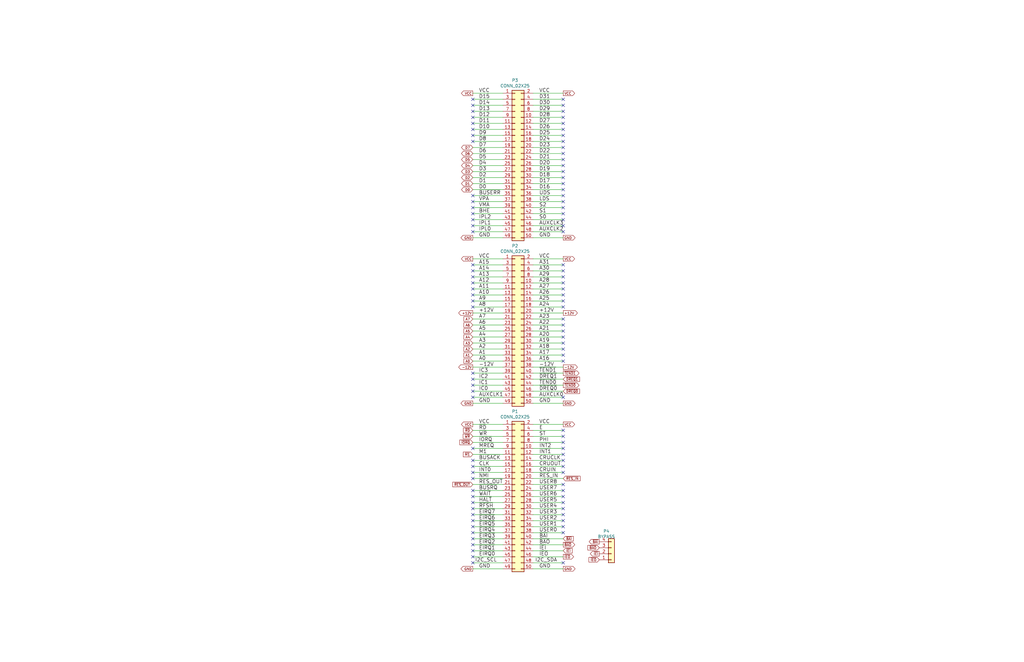
<source format=kicad_sch>
(kicad_sch (version 20211123) (generator eeschema)
  (paper "B")
  (lib_symbols
    (symbol "Connector_Generic:Conn_01x04" (pin_names (offset 1.016) hide)
      (property "Reference" "J" (at 0 5.08 0))
      (property "Value" "Conn_01x04" (at 0 -7.62 0))
      (symbol "Conn_01x04_1_1"
        (rectangle (start -1.27 -4.953) (end 0 -5.207) (stroke (width 0.1524)))
        (rectangle (start -1.27 -2.413) (end 0 -2.667) (stroke (width 0.1524)))
        (rectangle (start -1.27 0.127) (end 0 -0.127) (stroke (width 0.1524)))
        (rectangle (start -1.27 2.667) (end 0 2.413) (stroke (width 0.1524)))
        (rectangle (start -1.27 3.81) (end 1.27 -6.35) (stroke (width 0.254)) (fill (type background)))
        (pin passive line (at -5.08 2.54 0) (length 3.81) (name "Pin_1") (number "1"))
        (pin passive line (at -5.08 0 0) (length 3.81) (name "Pin_2") (number "2"))
        (pin passive line (at -5.08 -2.54 0) (length 3.81) (name "Pin_3") (number "3"))
        (pin passive line (at -5.08 -5.08 0) (length 3.81) (name "Pin_4") (number "4"))
      )
    )
    (symbol "Connector_Generic:Conn_02x25_Odd_Even" (pin_names (offset 1.016) hide)
      (property "Reference" "J" (at 1.27 33.02 0))
      (property "Value" "Conn_02x25_Odd_Even" (at 1.27 -33.02 0))
      (symbol "Conn_02x25_Odd_Even_1_1"
        (rectangle (start -1.27 -30.353) (end 0 -30.607) (stroke (width 0.1524)))
        (rectangle (start -1.27 -27.813) (end 0 -28.067) (stroke (width 0.1524)))
        (rectangle (start -1.27 -25.273) (end 0 -25.527) (stroke (width 0.1524)))
        (rectangle (start -1.27 -22.733) (end 0 -22.987) (stroke (width 0.1524)))
        (rectangle (start -1.27 -20.193) (end 0 -20.447) (stroke (width 0.1524)))
        (rectangle (start -1.27 -17.653) (end 0 -17.907) (stroke (width 0.1524)))
        (rectangle (start -1.27 -15.113) (end 0 -15.367) (stroke (width 0.1524)))
        (rectangle (start -1.27 -12.573) (end 0 -12.827) (stroke (width 0.1524)))
        (rectangle (start -1.27 -10.033) (end 0 -10.287) (stroke (width 0.1524)))
        (rectangle (start -1.27 -7.493) (end 0 -7.747) (stroke (width 0.1524)))
        (rectangle (start -1.27 -4.953) (end 0 -5.207) (stroke (width 0.1524)))
        (rectangle (start -1.27 -2.413) (end 0 -2.667) (stroke (width 0.1524)))
        (rectangle (start -1.27 0.127) (end 0 -0.127) (stroke (width 0.1524)))
        (rectangle (start -1.27 2.667) (end 0 2.413) (stroke (width 0.1524)))
        (rectangle (start -1.27 5.207) (end 0 4.953) (stroke (width 0.1524)))
        (rectangle (start -1.27 7.747) (end 0 7.493) (stroke (width 0.1524)))
        (rectangle (start -1.27 10.287) (end 0 10.033) (stroke (width 0.1524)))
        (rectangle (start -1.27 12.827) (end 0 12.573) (stroke (width 0.1524)))
        (rectangle (start -1.27 15.367) (end 0 15.113) (stroke (width 0.1524)))
        (rectangle (start -1.27 17.907) (end 0 17.653) (stroke (width 0.1524)))
        (rectangle (start -1.27 20.447) (end 0 20.193) (stroke (width 0.1524)))
        (rectangle (start -1.27 22.987) (end 0 22.733) (stroke (width 0.1524)))
        (rectangle (start -1.27 25.527) (end 0 25.273) (stroke (width 0.1524)))
        (rectangle (start -1.27 28.067) (end 0 27.813) (stroke (width 0.1524)))
        (rectangle (start -1.27 30.607) (end 0 30.353) (stroke (width 0.1524)))
        (rectangle (start -1.27 31.75) (end 3.81 -31.75) (stroke (width 0.254)) (fill (type background)))
        (rectangle (start 3.81 -30.353) (end 2.54 -30.607) (stroke (width 0.1524)))
        (rectangle (start 3.81 -27.813) (end 2.54 -28.067) (stroke (width 0.1524)))
        (rectangle (start 3.81 -25.273) (end 2.54 -25.527) (stroke (width 0.1524)))
        (rectangle (start 3.81 -22.733) (end 2.54 -22.987) (stroke (width 0.1524)))
        (rectangle (start 3.81 -20.193) (end 2.54 -20.447) (stroke (width 0.1524)))
        (rectangle (start 3.81 -17.653) (end 2.54 -17.907) (stroke (width 0.1524)))
        (rectangle (start 3.81 -15.113) (end 2.54 -15.367) (stroke (width 0.1524)))
        (rectangle (start 3.81 -12.573) (end 2.54 -12.827) (stroke (width 0.1524)))
        (rectangle (start 3.81 -10.033) (end 2.54 -10.287) (stroke (width 0.1524)))
        (rectangle (start 3.81 -7.493) (end 2.54 -7.747) (stroke (width 0.1524)))
        (rectangle (start 3.81 -4.953) (end 2.54 -5.207) (stroke (width 0.1524)))
        (rectangle (start 3.81 -2.413) (end 2.54 -2.667) (stroke (width 0.1524)))
        (rectangle (start 3.81 0.127) (end 2.54 -0.127) (stroke (width 0.1524)))
        (rectangle (start 3.81 2.667) (end 2.54 2.413) (stroke (width 0.1524)))
        (rectangle (start 3.81 5.207) (end 2.54 4.953) (stroke (width 0.1524)))
        (rectangle (start 3.81 7.747) (end 2.54 7.493) (stroke (width 0.1524)))
        (rectangle (start 3.81 10.287) (end 2.54 10.033) (stroke (width 0.1524)))
        (rectangle (start 3.81 12.827) (end 2.54 12.573) (stroke (width 0.1524)))
        (rectangle (start 3.81 15.367) (end 2.54 15.113) (stroke (width 0.1524)))
        (rectangle (start 3.81 17.907) (end 2.54 17.653) (stroke (width 0.1524)))
        (rectangle (start 3.81 20.447) (end 2.54 20.193) (stroke (width 0.1524)))
        (rectangle (start 3.81 22.987) (end 2.54 22.733) (stroke (width 0.1524)))
        (rectangle (start 3.81 25.527) (end 2.54 25.273) (stroke (width 0.1524)))
        (rectangle (start 3.81 28.067) (end 2.54 27.813) (stroke (width 0.1524)))
        (rectangle (start 3.81 30.607) (end 2.54 30.353) (stroke (width 0.1524)))
        (pin passive line (at -5.08 30.48 0) (length 3.81) (name "Pin_1") (number "1"))
        (pin passive line (at 7.62 20.32 180) (length 3.81) (name "Pin_10") (number "10"))
        (pin passive line (at -5.08 17.78 0) (length 3.81) (name "Pin_11") (number "11"))
        (pin passive line (at 7.62 17.78 180) (length 3.81) (name "Pin_12") (number "12"))
        (pin passive line (at -5.08 15.24 0) (length 3.81) (name "Pin_13") (number "13"))
        (pin passive line (at 7.62 15.24 180) (length 3.81) (name "Pin_14") (number "14"))
        (pin passive line (at -5.08 12.7 0) (length 3.81) (name "Pin_15") (number "15"))
        (pin passive line (at 7.62 12.7 180) (length 3.81) (name "Pin_16") (number "16"))
        (pin passive line (at -5.08 10.16 0) (length 3.81) (name "Pin_17") (number "17"))
        (pin passive line (at 7.62 10.16 180) (length 3.81) (name "Pin_18") (number "18"))
        (pin passive line (at -5.08 7.62 0) (length 3.81) (name "Pin_19") (number "19"))
        (pin passive line (at 7.62 30.48 180) (length 3.81) (name "Pin_2") (number "2"))
        (pin passive line (at 7.62 7.62 180) (length 3.81) (name "Pin_20") (number "20"))
        (pin passive line (at -5.08 5.08 0) (length 3.81) (name "Pin_21") (number "21"))
        (pin passive line (at 7.62 5.08 180) (length 3.81) (name "Pin_22") (number "22"))
        (pin passive line (at -5.08 2.54 0) (length 3.81) (name "Pin_23") (number "23"))
        (pin passive line (at 7.62 2.54 180) (length 3.81) (name "Pin_24") (number "24"))
        (pin passive line (at -5.08 0 0) (length 3.81) (name "Pin_25") (number "25"))
        (pin passive line (at 7.62 0 180) (length 3.81) (name "Pin_26") (number "26"))
        (pin passive line (at -5.08 -2.54 0) (length 3.81) (name "Pin_27") (number "27"))
        (pin passive line (at 7.62 -2.54 180) (length 3.81) (name "Pin_28") (number "28"))
        (pin passive line (at -5.08 -5.08 0) (length 3.81) (name "Pin_29") (number "29"))
        (pin passive line (at -5.08 27.94 0) (length 3.81) (name "Pin_3") (number "3"))
        (pin passive line (at 7.62 -5.08 180) (length 3.81) (name "Pin_30") (number "30"))
        (pin passive line (at -5.08 -7.62 0) (length 3.81) (name "Pin_31") (number "31"))
        (pin passive line (at 7.62 -7.62 180) (length 3.81) (name "Pin_32") (number "32"))
        (pin passive line (at -5.08 -10.16 0) (length 3.81) (name "Pin_33") (number "33"))
        (pin passive line (at 7.62 -10.16 180) (length 3.81) (name "Pin_34") (number "34"))
        (pin passive line (at -5.08 -12.7 0) (length 3.81) (name "Pin_35") (number "35"))
        (pin passive line (at 7.62 -12.7 180) (length 3.81) (name "Pin_36") (number "36"))
        (pin passive line (at -5.08 -15.24 0) (length 3.81) (name "Pin_37") (number "37"))
        (pin passive line (at 7.62 -15.24 180) (length 3.81) (name "Pin_38") (number "38"))
        (pin passive line (at -5.08 -17.78 0) (length 3.81) (name "Pin_39") (number "39"))
        (pin passive line (at 7.62 27.94 180) (length 3.81) (name "Pin_4") (number "4"))
        (pin passive line (at 7.62 -17.78 180) (length 3.81) (name "Pin_40") (number "40"))
        (pin passive line (at -5.08 -20.32 0) (length 3.81) (name "Pin_41") (number "41"))
        (pin passive line (at 7.62 -20.32 180) (length 3.81) (name "Pin_42") (number "42"))
        (pin passive line (at -5.08 -22.86 0) (length 3.81) (name "Pin_43") (number "43"))
        (pin passive line (at 7.62 -22.86 180) (length 3.81) (name "Pin_44") (number "44"))
        (pin passive line (at -5.08 -25.4 0) (length 3.81) (name "Pin_45") (number "45"))
        (pin passive line (at 7.62 -25.4 180) (length 3.81) (name "Pin_46") (number "46"))
        (pin passive line (at -5.08 -27.94 0) (length 3.81) (name "Pin_47") (number "47"))
        (pin passive line (at 7.62 -27.94 180) (length 3.81) (name "Pin_48") (number "48"))
        (pin passive line (at -5.08 -30.48 0) (length 3.81) (name "Pin_49") (number "49"))
        (pin passive line (at -5.08 25.4 0) (length 3.81) (name "Pin_5") (number "5"))
        (pin passive line (at 7.62 -30.48 180) (length 3.81) (name "Pin_50") (number "50"))
        (pin passive line (at 7.62 25.4 180) (length 3.81) (name "Pin_6") (number "6"))
        (pin passive line (at -5.08 22.86 0) (length 3.81) (name "Pin_7") (number "7"))
        (pin passive line (at 7.62 22.86 180) (length 3.81) (name "Pin_8") (number "8"))
        (pin passive line (at -5.08 20.32 0) (length 3.81) (name "Pin_9") (number "9"))
      )
    )
  )
  (no_connect (at 199.39 199.39))
  (no_connect (at 199.39 90.17))
  (no_connect (at 237.49 196.85))
  (no_connect (at 237.49 46.99))
  (no_connect (at 199.39 167.64))
  (no_connect (at 237.49 59.69))
  (no_connect (at 199.39 85.09))
  (no_connect (at 237.49 77.47))
  (no_connect (at 199.39 54.61))
  (no_connect (at 237.49 111.76))
  (no_connect (at 199.39 196.85))
  (no_connect (at 199.39 121.92))
  (no_connect (at 199.39 212.09))
  (no_connect (at 237.49 237.49))
  (no_connect (at 237.49 142.24))
  (no_connect (at 237.49 191.77))
  (no_connect (at 237.49 69.85))
  (no_connect (at 237.49 67.31))
  (no_connect (at 199.39 232.41))
  (no_connect (at 199.39 189.23))
  (no_connect (at 237.49 212.09))
  (no_connect (at 237.49 139.7))
  (no_connect (at 199.39 116.84))
  (no_connect (at 237.49 64.77))
  (no_connect (at 199.39 97.79))
  (no_connect (at 237.49 119.38))
  (no_connect (at 237.49 186.69))
  (no_connect (at 237.49 127))
  (no_connect (at 199.39 207.01))
  (no_connect (at 199.39 52.07))
  (no_connect (at 199.39 124.46))
  (no_connect (at 199.39 119.38))
  (no_connect (at 237.49 181.61))
  (no_connect (at 199.39 49.53))
  (no_connect (at 237.49 184.15))
  (no_connect (at 199.39 59.69))
  (no_connect (at 199.39 41.91))
  (no_connect (at 199.39 160.02))
  (no_connect (at 237.49 116.84))
  (no_connect (at 237.49 54.61))
  (no_connect (at 199.39 157.48))
  (no_connect (at 199.39 165.1))
  (no_connect (at 237.49 52.07))
  (no_connect (at 199.39 201.93))
  (no_connect (at 237.49 214.63))
  (no_connect (at 237.49 114.3))
  (no_connect (at 199.39 234.95))
  (no_connect (at 237.49 152.4))
  (no_connect (at 237.49 74.93))
  (no_connect (at 199.39 129.54))
  (no_connect (at 199.39 57.15))
  (no_connect (at 237.49 217.17))
  (no_connect (at 199.39 46.99))
  (no_connect (at 237.49 57.15))
  (no_connect (at 237.49 189.23))
  (no_connect (at 237.49 62.23))
  (no_connect (at 237.49 72.39))
  (no_connect (at 199.39 222.25))
  (no_connect (at 199.39 219.71))
  (no_connect (at 237.49 224.79))
  (no_connect (at 199.39 214.63))
  (no_connect (at 237.49 97.79))
  (no_connect (at 237.49 90.17))
  (no_connect (at 237.49 219.71))
  (no_connect (at 237.49 49.53))
  (no_connect (at 237.49 194.31))
  (no_connect (at 199.39 92.71))
  (no_connect (at 199.39 127))
  (no_connect (at 199.39 87.63))
  (no_connect (at 199.39 114.3))
  (no_connect (at 237.49 92.71))
  (no_connect (at 237.49 209.55))
  (no_connect (at 199.39 44.45))
  (no_connect (at 237.49 204.47))
  (no_connect (at 237.49 85.09))
  (no_connect (at 237.49 95.25))
  (no_connect (at 237.49 80.01))
  (no_connect (at 237.49 207.01))
  (no_connect (at 237.49 82.55))
  (no_connect (at 237.49 147.32))
  (no_connect (at 199.39 229.87))
  (no_connect (at 237.49 222.25))
  (no_connect (at 237.49 199.39))
  (no_connect (at 237.49 87.63))
  (no_connect (at 199.39 194.31))
  (no_connect (at 199.39 111.76))
  (no_connect (at 237.49 129.54))
  (no_connect (at 199.39 82.55))
  (no_connect (at 199.39 95.25))
  (no_connect (at 237.49 41.91))
  (no_connect (at 237.49 121.92))
  (no_connect (at 199.39 217.17))
  (no_connect (at 199.39 227.33))
  (no_connect (at 237.49 44.45))
  (no_connect (at 237.49 137.16))
  (no_connect (at 237.49 149.86))
  (no_connect (at 237.49 144.78))
  (no_connect (at 199.39 237.49))
  (no_connect (at 237.49 134.62))
  (no_connect (at 199.39 162.56))
  (no_connect (at 237.49 167.64))
  (no_connect (at 199.39 224.79))
  (no_connect (at 237.49 124.46))
  (no_connect (at 199.39 209.55))
  (wire (pts (xy 224.79 224.79) (xy 237.49 224.79)))
  (wire (pts (xy 199.39 224.79) (xy 212.09 224.79)))
  (wire (pts (xy 224.79 77.47) (xy 237.49 77.47)))
  (wire (pts (xy 199.39 54.61) (xy 212.09 54.61)))
  (wire (pts (xy 199.39 209.55) (xy 212.09 209.55)))
  (wire (pts (xy 224.79 207.01) (xy 237.49 207.01)))
  (wire (pts (xy 199.39 137.16) (xy 212.09 137.16)))
  (wire (pts (xy 199.39 49.53) (xy 212.09 49.53)))
  (wire (pts (xy 224.79 97.79) (xy 237.49 97.79)))
  (wire (pts (xy 237.49 194.31) (xy 224.79 194.31)))
  (wire (pts (xy 224.79 201.93) (xy 237.49 201.93)))
  (wire (pts (xy 224.79 209.55) (xy 237.49 209.55)))
  (wire (pts (xy 224.79 57.15) (xy 237.49 57.15)))
  (wire (pts (xy 199.39 240.03) (xy 212.09 240.03)))
  (wire (pts (xy 224.79 100.33) (xy 237.49 100.33)))
  (wire (pts (xy 199.39 67.31) (xy 212.09 67.31)))
  (wire (pts (xy 224.79 85.09) (xy 237.49 85.09)))
  (wire (pts (xy 224.79 142.24) (xy 237.49 142.24)))
  (wire (pts (xy 199.39 152.4) (xy 212.09 152.4)))
  (wire (pts (xy 212.09 160.02) (xy 199.39 160.02)))
  (wire (pts (xy 224.79 137.16) (xy 237.49 137.16)))
  (wire (pts (xy 212.09 85.09) (xy 199.39 85.09)))
  (wire (pts (xy 199.39 204.47) (xy 212.09 204.47)))
  (wire (pts (xy 224.79 80.01) (xy 237.49 80.01)))
  (wire (pts (xy 224.79 212.09) (xy 237.49 212.09)))
  (wire (pts (xy 199.39 74.93) (xy 212.09 74.93)))
  (wire (pts (xy 224.79 170.18) (xy 237.49 170.18)))
  (wire (pts (xy 199.39 149.86) (xy 212.09 149.86)))
  (wire (pts (xy 199.39 116.84) (xy 212.09 116.84)))
  (wire (pts (xy 199.39 227.33) (xy 212.09 227.33)))
  (wire (pts (xy 237.49 184.15) (xy 224.79 184.15)))
  (wire (pts (xy 199.39 134.62) (xy 212.09 134.62)))
  (wire (pts (xy 224.79 144.78) (xy 237.49 144.78)))
  (wire (pts (xy 224.79 124.46) (xy 237.49 124.46)))
  (wire (pts (xy 199.39 52.07) (xy 212.09 52.07)))
  (wire (pts (xy 199.39 199.39) (xy 212.09 199.39)))
  (wire (pts (xy 224.79 67.31) (xy 237.49 67.31)))
  (wire (pts (xy 237.49 95.25) (xy 224.79 95.25)))
  (wire (pts (xy 224.79 114.3) (xy 237.49 114.3)))
  (wire (pts (xy 199.39 41.91) (xy 212.09 41.91)))
  (wire (pts (xy 199.39 111.76) (xy 212.09 111.76)))
  (wire (pts (xy 199.39 44.45) (xy 212.09 44.45)))
  (wire (pts (xy 224.79 44.45) (xy 237.49 44.45)))
  (wire (pts (xy 199.39 59.69) (xy 212.09 59.69)))
  (wire (pts (xy 224.79 129.54) (xy 237.49 129.54)))
  (wire (pts (xy 224.79 147.32) (xy 237.49 147.32)))
  (wire (pts (xy 199.39 77.47) (xy 212.09 77.47)))
  (wire (pts (xy 199.39 191.77) (xy 212.09 191.77)))
  (wire (pts (xy 199.39 64.77) (xy 212.09 64.77)))
  (wire (pts (xy 199.39 62.23) (xy 212.09 62.23)))
  (wire (pts (xy 199.39 222.25) (xy 212.09 222.25)))
  (wire (pts (xy 224.79 204.47) (xy 237.49 204.47)))
  (wire (pts (xy 224.79 59.69) (xy 237.49 59.69)))
  (wire (pts (xy 224.79 87.63) (xy 237.49 87.63)))
  (wire (pts (xy 224.79 62.23) (xy 237.49 62.23)))
  (wire (pts (xy 224.79 219.71) (xy 237.49 219.71)))
  (wire (pts (xy 224.79 82.55) (xy 237.49 82.55)))
  (wire (pts (xy 212.09 90.17) (xy 199.39 90.17)))
  (wire (pts (xy 199.39 121.92) (xy 212.09 121.92)))
  (wire (pts (xy 224.79 69.85) (xy 237.49 69.85)))
  (wire (pts (xy 199.39 46.99) (xy 212.09 46.99)))
  (wire (pts (xy 224.79 196.85) (xy 237.49 196.85)))
  (wire (pts (xy 224.79 179.07) (xy 237.49 179.07)))
  (wire (pts (xy 224.79 157.48) (xy 237.49 157.48)))
  (wire (pts (xy 199.39 194.31) (xy 212.09 194.31)))
  (wire (pts (xy 224.79 222.25) (xy 237.49 222.25)))
  (wire (pts (xy 199.39 201.93) (xy 212.09 201.93)))
  (wire (pts (xy 199.39 179.07) (xy 212.09 179.07)))
  (wire (pts (xy 237.49 234.95) (xy 224.79 234.95)))
  (wire (pts (xy 224.79 154.94) (xy 237.49 154.94)))
  (wire (pts (xy 224.79 134.62) (xy 237.49 134.62)))
  (wire (pts (xy 224.79 92.71) (xy 237.49 92.71)))
  (wire (pts (xy 199.39 212.09) (xy 212.09 212.09)))
  (wire (pts (xy 199.39 119.38) (xy 212.09 119.38)))
  (wire (pts (xy 199.39 144.78) (xy 212.09 144.78)))
  (wire (pts (xy 237.49 191.77) (xy 224.79 191.77)))
  (wire (pts (xy 224.79 109.22) (xy 237.49 109.22)))
  (wire (pts (xy 224.79 121.92) (xy 237.49 121.92)))
  (wire (pts (xy 199.39 186.69) (xy 212.09 186.69)))
  (wire (pts (xy 237.49 181.61) (xy 224.79 181.61)))
  (wire (pts (xy 199.39 170.18) (xy 212.09 170.18)))
  (wire (pts (xy 199.39 219.71) (xy 212.09 219.71)))
  (wire (pts (xy 224.79 46.99) (xy 237.49 46.99)))
  (wire (pts (xy 199.39 196.85) (xy 212.09 196.85)))
  (wire (pts (xy 224.79 149.86) (xy 237.49 149.86)))
  (wire (pts (xy 199.39 234.95) (xy 212.09 234.95)))
  (wire (pts (xy 199.39 181.61) (xy 212.09 181.61)))
  (wire (pts (xy 237.49 189.23) (xy 224.79 189.23)))
  (wire (pts (xy 224.79 165.1) (xy 237.49 165.1)))
  (wire (pts (xy 199.39 129.54) (xy 212.09 129.54)))
  (wire (pts (xy 199.39 229.87) (xy 212.09 229.87)))
  (wire (pts (xy 224.79 240.03) (xy 237.49 240.03)))
  (wire (pts (xy 224.79 64.77) (xy 237.49 64.77)))
  (wire (pts (xy 199.39 127) (xy 212.09 127)))
  (wire (pts (xy 224.79 49.53) (xy 237.49 49.53)))
  (wire (pts (xy 224.79 72.39) (xy 237.49 72.39)))
  (wire (pts (xy 224.79 152.4) (xy 237.49 152.4)))
  (wire (pts (xy 199.39 57.15) (xy 212.09 57.15)))
  (wire (pts (xy 224.79 162.56) (xy 237.49 162.56)))
  (wire (pts (xy 224.79 74.93) (xy 237.49 74.93)))
  (wire (pts (xy 224.79 90.17) (xy 237.49 90.17)))
  (wire (pts (xy 212.09 82.55) (xy 199.39 82.55)))
  (wire (pts (xy 212.09 157.48) (xy 199.39 157.48)))
  (wire (pts (xy 224.79 139.7) (xy 237.49 139.7)))
  (wire (pts (xy 224.79 39.37) (xy 237.49 39.37)))
  (wire (pts (xy 212.09 87.63) (xy 199.39 87.63)))
  (wire (pts (xy 224.79 199.39) (xy 237.49 199.39)))
  (wire (pts (xy 224.79 111.76) (xy 237.49 111.76)))
  (wire (pts (xy 237.49 232.41) (xy 224.79 232.41)))
  (wire (pts (xy 224.79 52.07) (xy 237.49 52.07)))
  (wire (pts (xy 199.39 124.46) (xy 212.09 124.46)))
  (wire (pts (xy 237.49 237.49) (xy 224.79 237.49)))
  (wire (pts (xy 224.79 132.08) (xy 237.49 132.08)))
  (wire (pts (xy 224.79 217.17) (xy 237.49 217.17)))
  (wire (pts (xy 237.49 229.87) (xy 224.79 229.87)))
  (wire (pts (xy 199.39 167.64) (xy 212.09 167.64)))
  (wire (pts (xy 199.39 72.39) (xy 212.09 72.39)))
  (wire (pts (xy 199.39 142.24) (xy 212.09 142.24)))
  (wire (pts (xy 199.39 109.22) (xy 212.09 109.22)))
  (wire (pts (xy 199.39 132.08) (xy 212.09 132.08)))
  (wire (pts (xy 199.39 189.23) (xy 212.09 189.23)))
  (wire (pts (xy 224.79 116.84) (xy 237.49 116.84)))
  (wire (pts (xy 199.39 214.63) (xy 212.09 214.63)))
  (wire (pts (xy 199.39 217.17) (xy 212.09 217.17)))
  (wire (pts (xy 199.39 154.94) (xy 212.09 154.94)))
  (wire (pts (xy 199.39 39.37) (xy 212.09 39.37)))
  (wire (pts (xy 199.39 147.32) (xy 212.09 147.32)))
  (wire (pts (xy 224.79 167.64) (xy 237.49 167.64)))
  (wire (pts (xy 199.39 100.33) (xy 212.09 100.33)))
  (wire (pts (xy 237.49 227.33) (xy 224.79 227.33)))
  (wire (pts (xy 212.09 97.79) (xy 199.39 97.79)))
  (wire (pts (xy 224.79 41.91) (xy 237.49 41.91)))
  (wire (pts (xy 199.39 232.41) (xy 212.09 232.41)))
  (wire (pts (xy 212.09 165.1) (xy 199.39 165.1)))
  (wire (pts (xy 237.49 186.69) (xy 224.79 186.69)))
  (wire (pts (xy 199.39 114.3) (xy 212.09 114.3)))
  (wire (pts (xy 224.79 127) (xy 237.49 127)))
  (wire (pts (xy 199.39 80.01) (xy 212.09 80.01)))
  (wire (pts (xy 199.39 139.7) (xy 212.09 139.7)))
  (wire (pts (xy 199.39 69.85) (xy 212.09 69.85)))
  (wire (pts (xy 212.09 237.49) (xy 199.39 237.49)))
  (wire (pts (xy 224.79 160.02) (xy 237.49 160.02)))
  (wire (pts (xy 212.09 92.71) (xy 199.39 92.71)))
  (wire (pts (xy 224.79 214.63) (xy 237.49 214.63)))
  (wire (pts (xy 199.39 207.01) (xy 212.09 207.01)))
  (wire (pts (xy 212.09 95.25) (xy 199.39 95.25)))
  (wire (pts (xy 224.79 119.38) (xy 237.49 119.38)))
  (wire (pts (xy 212.09 162.56) (xy 199.39 162.56)))
  (wire (pts (xy 224.79 54.61) (xy 237.49 54.61)))
  (wire (pts (xy 199.39 184.15) (xy 212.09 184.15)))
  (label "A7" (at 201.93 134.62 0) (effects (font (size 1.524 1.524))))
  (label "VCC" (at 201.93 179.07 0) (effects (font (size 1.524 1.524))))
  (label "~{BHE}" (at 201.93 90.17 0) (effects (font (size 1.524 1.524))))
  (label "D4" (at 201.93 69.85 0) (effects (font (size 1.524 1.524))))
  (label "A5" (at 201.93 139.7 0) (effects (font (size 1.524 1.524))))
  (label "~{RES_OUT}" (at 201.93 204.47 0) (effects (font (size 1.524 1.524))))
  (label "IPL1" (at 201.93 95.25 0) (effects (font (size 1.524 1.524))))
  (label "UDS" (at 227.33 82.55 0) (effects (font (size 1.524 1.524))))
  (label "~{INT2}" (at 227.33 189.23 0) (effects (font (size 1.524 1.524))))
  (label "VCC" (at 227.33 179.07 0) (effects (font (size 1.524 1.524))))
  (label "IC2" (at 201.93 160.02 0) (effects (font (size 1.524 1.524))))
  (label "USER0" (at 227.33 224.79 0) (effects (font (size 1.524 1.524))))
  (label "VCC" (at 227.33 39.37 0) (effects (font (size 1.524 1.524))))
  (label "A9" (at 201.93 127 0) (effects (font (size 1.524 1.524))))
  (label "D9" (at 201.93 57.15 0) (effects (font (size 1.524 1.524))))
  (label "GND" (at 227.33 100.33 0) (effects (font (size 1.524 1.524))))
  (label "D23" (at 227.33 62.23 0) (effects (font (size 1.524 1.524))))
  (label "D15" (at 201.93 41.91 0) (effects (font (size 1.524 1.524))))
  (label "~{IEI}" (at 227.33 232.41 0) (effects (font (size 1.524 1.524))))
  (label "A6" (at 201.93 137.16 0) (effects (font (size 1.524 1.524))))
  (label "D0" (at 201.93 80.01 0) (effects (font (size 1.524 1.524))))
  (label "GND" (at 201.93 240.03 0) (effects (font (size 1.524 1.524))))
  (label "IPL0" (at 201.93 97.79 0) (effects (font (size 1.524 1.524))))
  (label "D16" (at 227.33 80.01 0) (effects (font (size 1.524 1.524))))
  (label "~{VPA}" (at 201.93 85.09 0) (effects (font (size 1.524 1.524))))
  (label "I2C_SCL" (at 209.55 237.49 180) (effects (font (size 1.524 1.524))))
  (label "~{NMI}" (at 201.93 201.93 0) (effects (font (size 1.524 1.524))))
  (label "~{MREQ}" (at 201.93 189.23 0) (effects (font (size 1.524 1.524))))
  (label "USER6" (at 227.33 209.55 0) (effects (font (size 1.524 1.524))))
  (label "A3" (at 201.93 144.78 0) (effects (font (size 1.524 1.524))))
  (label "A4" (at 201.93 142.24 0) (effects (font (size 1.524 1.524))))
  (label "A23" (at 227.33 134.62 0) (effects (font (size 1.524 1.524))))
  (label "D25" (at 227.33 57.15 0) (effects (font (size 1.524 1.524))))
  (label "D7" (at 201.93 62.23 0) (effects (font (size 1.524 1.524))))
  (label "VCC" (at 227.33 109.22 0) (effects (font (size 1.524 1.524))))
  (label "+12V" (at 227.33 132.08 0) (effects (font (size 1.524 1.524))))
  (label "~{BAO}" (at 227.33 229.87 0) (effects (font (size 1.524 1.524))))
  (label "A14" (at 201.93 114.3 0) (effects (font (size 1.524 1.524))))
  (label "GND" (at 227.33 170.18 0) (effects (font (size 1.524 1.524))))
  (label "D26" (at 227.33 54.61 0) (effects (font (size 1.524 1.524))))
  (label "D6" (at 201.93 64.77 0) (effects (font (size 1.524 1.524))))
  (label "~{INT0}" (at 201.93 199.39 0) (effects (font (size 1.524 1.524))))
  (label "S0" (at 227.33 92.71 0) (effects (font (size 1.524 1.524))))
  (label "A24" (at 227.33 129.54 0) (effects (font (size 1.524 1.524))))
  (label "A28" (at 227.33 119.38 0) (effects (font (size 1.524 1.524))))
  (label "A20" (at 227.33 142.24 0) (effects (font (size 1.524 1.524))))
  (label "~{RD}" (at 201.93 181.61 0) (effects (font (size 1.524 1.524))))
  (label "A21" (at 227.33 139.7 0) (effects (font (size 1.524 1.524))))
  (label "A29" (at 227.33 116.84 0) (effects (font (size 1.524 1.524))))
  (label "AUXCLK3" (at 227.33 95.25 0) (effects (font (size 1.524 1.524))))
  (label "~{DREQ1}" (at 227.33 160.02 0) (effects (font (size 1.524 1.524))))
  (label "D13" (at 201.93 46.99 0) (effects (font (size 1.524 1.524))))
  (label "~{EIRQ0}" (at 201.93 234.95 0) (effects (font (size 1.524 1.524))))
  (label "A1" (at 201.93 149.86 0) (effects (font (size 1.524 1.524))))
  (label "VCC" (at 201.93 109.22 0) (effects (font (size 1.524 1.524))))
  (label "A8" (at 201.93 129.54 0) (effects (font (size 1.524 1.524))))
  (label "A25" (at 227.33 127 0) (effects (font (size 1.524 1.524))))
  (label "A13" (at 201.93 116.84 0) (effects (font (size 1.524 1.524))))
  (label "+12V" (at 201.93 132.08 0) (effects (font (size 1.524 1.524))))
  (label "D18" (at 227.33 74.93 0) (effects (font (size 1.524 1.524))))
  (label "D24" (at 227.33 59.69 0) (effects (font (size 1.524 1.524))))
  (label "~{M1}" (at 201.93 191.77 0) (effects (font (size 1.524 1.524))))
  (label "~{RFSH}" (at 201.93 214.63 0) (effects (font (size 1.524 1.524))))
  (label "USER4" (at 227.33 214.63 0) (effects (font (size 1.524 1.524))))
  (label "PHI" (at 227.33 186.69 0) (effects (font (size 1.524 1.524))))
  (label "~{BUSERR}" (at 201.93 82.55 0) (effects (font (size 1.524 1.524))))
  (label "AUXCLK0" (at 227.33 167.64 0) (effects (font (size 1.524 1.524))))
  (label "~{IEO}" (at 227.33 234.95 0) (effects (font (size 1.524 1.524))))
  (label "~{HALT}" (at 201.93 212.09 0) (effects (font (size 1.524 1.524))))
  (label "I2C_SDA" (at 234.95 237.49 180) (effects (font (size 1.524 1.524))))
  (label "USER8" (at 227.33 204.47 0) (effects (font (size 1.524 1.524))))
  (label "~{EIRQ4}" (at 201.93 224.79 0) (effects (font (size 1.524 1.524))))
  (label "A16" (at 227.33 152.4 0) (effects (font (size 1.524 1.524))))
  (label "A2" (at 201.93 147.32 0) (effects (font (size 1.524 1.524))))
  (label "A31" (at 227.33 111.76 0) (effects (font (size 1.524 1.524))))
  (label "~{TEND1}" (at 227.33 157.48 0) (effects (font (size 1.524 1.524))))
  (label "AUXCLK1" (at 201.93 167.64 0) (effects (font (size 1.524 1.524))))
  (label "D3" (at 201.93 72.39 0) (effects (font (size 1.524 1.524))))
  (label "D19" (at 227.33 72.39 0) (effects (font (size 1.524 1.524))))
  (label "~{WR}" (at 201.93 184.15 0) (effects (font (size 1.524 1.524))))
  (label "A10" (at 201.93 124.46 0) (effects (font (size 1.524 1.524))))
  (label "E" (at 227.33 181.61 0) (effects (font (size 1.524 1.524))))
  (label "ST" (at 227.33 184.15 0) (effects (font (size 1.524 1.524))))
  (label "A18" (at 227.33 147.32 0) (effects (font (size 1.524 1.524))))
  (label "A15" (at 201.93 111.76 0) (effects (font (size 1.524 1.524))))
  (label "A0" (at 201.93 152.4 0) (effects (font (size 1.524 1.524))))
  (label "LDS" (at 227.33 85.09 0) (effects (font (size 1.524 1.524))))
  (label "D12" (at 201.93 49.53 0) (effects (font (size 1.524 1.524))))
  (label "IC1" (at 201.93 162.56 0) (effects (font (size 1.524 1.524))))
  (label "~{BUSACK}" (at 201.93 194.31 0) (effects (font (size 1.524 1.524))))
  (label "A19" (at 227.33 144.78 0) (effects (font (size 1.524 1.524))))
  (label "AUXCLK2" (at 227.33 97.79 0) (effects (font (size 1.524 1.524))))
  (label "GND" (at 227.33 240.03 0) (effects (font (size 1.524 1.524))))
  (label "D1" (at 201.93 77.47 0) (effects (font (size 1.524 1.524))))
  (label "S1" (at 227.33 90.17 0) (effects (font (size 1.524 1.524))))
  (label "~{WAIT}" (at 201.93 209.55 0) (effects (font (size 1.524 1.524))))
  (label "~{EIRQ2}" (at 201.93 229.87 0) (effects (font (size 1.524 1.524))))
  (label "CRUIN" (at 227.33 199.39 0) (effects (font (size 1.524 1.524))))
  (label "-12V" (at 201.93 154.94 0) (effects (font (size 1.524 1.524))))
  (label "D22" (at 227.33 64.77 0) (effects (font (size 1.524 1.524))))
  (label "~{IORQ}" (at 201.93 186.69 0) (effects (font (size 1.524 1.524))))
  (label "~{EIRQ5}" (at 201.93 222.25 0) (effects (font (size 1.524 1.524))))
  (label "CRUCLK" (at 227.33 194.31 0) (effects (font (size 1.524 1.524))))
  (label "D8" (at 201.93 59.69 0) (effects (font (size 1.524 1.524))))
  (label "D14" (at 201.93 44.45 0) (effects (font (size 1.524 1.524))))
  (label "D11" (at 201.93 52.07 0) (effects (font (size 1.524 1.524))))
  (label "A17" (at 227.33 149.86 0) (effects (font (size 1.524 1.524))))
  (label "A26" (at 227.33 124.46 0) (effects (font (size 1.524 1.524))))
  (label "A12" (at 201.93 119.38 0) (effects (font (size 1.524 1.524))))
  (label "~{INT1}" (at 227.33 191.77 0) (effects (font (size 1.524 1.524))))
  (label "~{EIRQ6}" (at 201.93 219.71 0) (effects (font (size 1.524 1.524))))
  (label "CLK" (at 201.93 196.85 0) (effects (font (size 1.524 1.524))))
  (label "S2" (at 227.33 87.63 0) (effects (font (size 1.524 1.524))))
  (label "D30" (at 227.33 44.45 0) (effects (font (size 1.524 1.524))))
  (label "A30" (at 227.33 114.3 0) (effects (font (size 1.524 1.524))))
  (label "~{RES_IN}" (at 227.33 201.93 0) (effects (font (size 1.524 1.524))))
  (label "D31" (at 227.33 41.91 0) (effects (font (size 1.524 1.524))))
  (label "D28" (at 227.33 49.53 0) (effects (font (size 1.524 1.524))))
  (label "D2" (at 201.93 74.93 0) (effects (font (size 1.524 1.524))))
  (label "D29" (at 227.33 46.99 0) (effects (font (size 1.524 1.524))))
  (label "USER5" (at 227.33 212.09 0) (effects (font (size 1.524 1.524))))
  (label "~{BUSRQ}" (at 201.93 207.01 0) (effects (font (size 1.524 1.524))))
  (label "GND" (at 201.93 170.18 0) (effects (font (size 1.524 1.524))))
  (label "~{EIRQ1}" (at 201.93 232.41 0) (effects (font (size 1.524 1.524))))
  (label "A27" (at 227.33 121.92 0) (effects (font (size 1.524 1.524))))
  (label "~{DREQ0}" (at 227.33 165.1 0) (effects (font (size 1.524 1.524))))
  (label "-12V" (at 227.33 154.94 0) (effects (font (size 1.524 1.524))))
  (label "IC3" (at 201.93 157.48 0) (effects (font (size 1.524 1.524))))
  (label "D27" (at 227.33 52.07 0) (effects (font (size 1.524 1.524))))
  (label "USER7" (at 227.33 207.01 0) (effects (font (size 1.524 1.524))))
  (label "D10" (at 201.93 54.61 0) (effects (font (size 1.524 1.524))))
  (label "D21" (at 227.33 67.31 0) (effects (font (size 1.524 1.524))))
  (label "~{VMA}" (at 201.93 87.63 0) (effects (font (size 1.524 1.524))))
  (label "D17" (at 227.33 77.47 0) (effects (font (size 1.524 1.524))))
  (label "A22" (at 227.33 137.16 0) (effects (font (size 1.524 1.524))))
  (label "~{BAI}" (at 227.33 227.33 0) (effects (font (size 1.524 1.524))))
  (label "USER2" (at 227.33 219.71 0) (effects (font (size 1.524 1.524))))
  (label "VCC" (at 201.93 39.37 0) (effects (font (size 1.524 1.524))))
  (label "CRUOUT" (at 227.33 196.85 0) (effects (font (size 1.524 1.524))))
  (label "GND" (at 201.93 100.33 0) (effects (font (size 1.524 1.524))))
  (label "D20" (at 227.33 69.85 0) (effects (font (size 1.524 1.524))))
  (label "~{TEND0}" (at 227.33 162.56 0) (effects (font (size 1.524 1.524))))
  (label "~{EIRQ3}" (at 201.93 227.33 0) (effects (font (size 1.524 1.524))))
  (label "~{EIRQ7}" (at 201.93 217.17 0) (effects (font (size 1.524 1.524))))
  (label "USER3" (at 227.33 217.17 0) (effects (font (size 1.524 1.524))))
  (label "IPL2" (at 201.93 92.71 0) (effects (font (size 1.524 1.524))))
  (label "A11" (at 201.93 121.92 0) (effects (font (size 1.524 1.524))))
  (label "D5" (at 201.93 67.31 0) (effects (font (size 1.524 1.524))))
  (label "IC0" (at 201.93 165.1 0) (effects (font (size 1.524 1.524))))
  (label "USER1" (at 227.33 222.25 0) (effects (font (size 1.524 1.524))))
  (global_label "GND" (shape output) (at 199.39 100.33 180) (effects (font (size 1.016 1.016))) (property "Intersheet References" "${INTERSHEET_REFS}" (effects hide)))
  (global_label "VCC" (shape output) (at 199.39 179.07 180) (effects (font (size 1.016 1.016))) (property "Intersheet References" "${INTERSHEET_REFS}" (effects hide)))
  (global_label "GND" (shape output) (at 237.49 100.33 0) (effects (font (size 1.016 1.016))) (property "Intersheet References" "${INTERSHEET_REFS}" (effects hide)))
  (global_label "~{BAI}" (shape input) (at 237.49 227.33 0) (effects (font (size 1.016 1.016))) (property "Intersheet References" "${INTERSHEET_REFS}" (effects hide)))
  (global_label "VCC" (shape output) (at 199.39 39.37 180) (effects (font (size 1.016 1.016))) (property "Intersheet References" "${INTERSHEET_REFS}" (effects hide)))
  (global_label "A0" (shape input) (at 199.39 152.4 180) (effects (font (size 1.016 1.016))) (property "Intersheet References" "${INTERSHEET_REFS}" (effects hide)))
  (global_label "+12V" (shape output) (at 199.39 132.08 180) (effects (font (size 1.016 1.016))) (property "Intersheet References" "${INTERSHEET_REFS}" (effects hide)))
  (global_label "D7" (shape bidirectional) (at 199.39 62.23 180) (effects (font (size 1.016 1.016))) (property "Intersheet References" "${INTERSHEET_REFS}" (effects hide)))
  (global_label "A4" (shape input) (at 199.39 142.24 180) (effects (font (size 1.016 1.016))) (property "Intersheet References" "${INTERSHEET_REFS}" (effects hide)))
  (global_label "A5" (shape input) (at 199.39 139.7 180) (effects (font (size 1.016 1.016))) (property "Intersheet References" "${INTERSHEET_REFS}" (effects hide)))
  (global_label "~{BAO}" (shape input) (at 252.73 231.14 180) (effects (font (size 1.016 1.016))) (property "Intersheet References" "${INTERSHEET_REFS}" (effects hide)))
  (global_label "~{WR}" (shape input) (at 199.39 184.15 180) (effects (font (size 1.016 1.016))) (property "Intersheet References" "${INTERSHEET_REFS}" (effects hide)))
  (global_label "~{IEI}" (shape output) (at 252.73 233.68 180) (effects (font (size 1.016 1.016))) (property "Intersheet References" "${INTERSHEET_REFS}" (effects hide)))
  (global_label "+12V" (shape output) (at 237.49 132.08 0) (effects (font (size 1.016 1.016))) (property "Intersheet References" "${INTERSHEET_REFS}" (effects hide)))
  (global_label "GND" (shape output) (at 199.39 170.18 180) (effects (font (size 1.016 1.016))) (property "Intersheet References" "${INTERSHEET_REFS}" (effects hide)))
  (global_label "A3" (shape input) (at 199.39 144.78 180) (effects (font (size 1.016 1.016))) (property "Intersheet References" "${INTERSHEET_REFS}" (effects hide)))
  (global_label "~{RD}" (shape input) (at 199.39 181.61 180) (effects (font (size 1.016 1.016))) (property "Intersheet References" "${INTERSHEET_REFS}" (effects hide)))
  (global_label "~{RES_IN}" (shape input) (at 237.49 201.93 0) (effects (font (size 1.016 1.016))) (property "Intersheet References" "${INTERSHEET_REFS}" (effects hide)))
  (global_label "-12V" (shape output) (at 237.49 154.94 0) (effects (font (size 1.016 1.016))) (property "Intersheet References" "${INTERSHEET_REFS}" (effects hide)))
  (global_label "~{IEO}" (shape output) (at 237.49 234.95 0) (effects (font (size 1.016 1.016))) (property "Intersheet References" "${INTERSHEET_REFS}" (effects hide)))
  (global_label "A2" (shape input) (at 199.39 147.32 180) (effects (font (size 1.016 1.016))) (property "Intersheet References" "${INTERSHEET_REFS}" (effects hide)))
  (global_label "~{RES_OUT}" (shape input) (at 199.39 204.47 180) (effects (font (size 1.016 1.016))) (property "Intersheet References" "${INTERSHEET_REFS}" (effects hide)))
  (global_label "VCC" (shape output) (at 199.39 109.22 180) (effects (font (size 1.016 1.016))) (property "Intersheet References" "${INTERSHEET_REFS}" (effects hide)))
  (global_label "D2" (shape bidirectional) (at 199.39 74.93 180) (effects (font (size 1.016 1.016))) (property "Intersheet References" "${INTERSHEET_REFS}" (effects hide)))
  (global_label "A1" (shape input) (at 199.39 149.86 180) (effects (font (size 1.016 1.016))) (property "Intersheet References" "${INTERSHEET_REFS}" (effects hide)))
  (global_label "~{IORQ}" (shape input) (at 199.39 186.69 180) (effects (font (size 1.016 1.016))) (property "Intersheet References" "${INTERSHEET_REFS}" (effects hide)))
  (global_label "GND" (shape output) (at 237.49 170.18 0) (effects (font (size 1.016 1.016))) (property "Intersheet References" "${INTERSHEET_REFS}" (effects hide)))
  (global_label "~{M1}" (shape input) (at 199.39 191.77 180) (effects (font (size 1.016 1.016))) (property "Intersheet References" "${INTERSHEET_REFS}" (effects hide)))
  (global_label "~{TEND1}" (shape output) (at 237.49 157.48 0) (effects (font (size 1.016 1.016))) (property "Intersheet References" "${INTERSHEET_REFS}" (effects hide)))
  (global_label "D0" (shape bidirectional) (at 199.39 80.01 180) (effects (font (size 1.016 1.016))) (property "Intersheet References" "${INTERSHEET_REFS}" (effects hide)))
  (global_label "D1" (shape bidirectional) (at 199.39 77.47 180) (effects (font (size 1.016 1.016))) (property "Intersheet References" "${INTERSHEET_REFS}" (effects hide)))
  (global_label "VCC" (shape output) (at 237.49 109.22 0) (effects (font (size 1.016 1.016))) (property "Intersheet References" "${INTERSHEET_REFS}" (effects hide)))
  (global_label "D4" (shape bidirectional) (at 199.39 69.85 180) (effects (font (size 1.016 1.016))) (property "Intersheet References" "${INTERSHEET_REFS}" (effects hide)))
  (global_label "D3" (shape bidirectional) (at 199.39 72.39 180) (effects (font (size 1.016 1.016))) (property "Intersheet References" "${INTERSHEET_REFS}" (effects hide)))
  (global_label "-12V" (shape output) (at 199.39 154.94 180) (effects (font (size 1.016 1.016))) (property "Intersheet References" "${INTERSHEET_REFS}" (effects hide)))
  (global_label "VCC" (shape output) (at 237.49 179.07 0) (effects (font (size 1.016 1.016))) (property "Intersheet References" "${INTERSHEET_REFS}" (effects hide)))
  (global_label "~{DREQ1}" (shape input) (at 237.49 160.02 0) (effects (font (size 1.016 1.016))) (property "Intersheet References" "${INTERSHEET_REFS}" (effects hide)))
  (global_label "~{IEO}" (shape input) (at 252.73 236.22 180) (effects (font (size 1.016 1.016))) (property "Intersheet References" "${INTERSHEET_REFS}" (effects hide)))
  (global_label "~{DREQ0}" (shape input) (at 237.49 165.1 0) (effects (font (size 1.016 1.016))) (property "Intersheet References" "${INTERSHEET_REFS}" (effects hide)))
  (global_label "VCC" (shape output) (at 237.49 39.37 0) (effects (font (size 1.016 1.016))) (property "Intersheet References" "${INTERSHEET_REFS}" (effects hide)))
  (global_label "~{BAO}" (shape output) (at 237.49 229.87 0) (effects (font (size 1.016 1.016))) (property "Intersheet References" "${INTERSHEET_REFS}" (effects hide)))
  (global_label "D5" (shape bidirectional) (at 199.39 67.31 180) (effects (font (size 1.016 1.016))) (property "Intersheet References" "${INTERSHEET_REFS}" (effects hide)))
  (global_label "GND" (shape output) (at 199.39 240.03 180) (effects (font (size 1.016 1.016))) (property "Intersheet References" "${INTERSHEET_REFS}" (effects hide)))
  (global_label "~{TEND0}" (shape output) (at 237.49 162.56 0) (effects (font (size 1.016 1.016))) (property "Intersheet References" "${INTERSHEET_REFS}" (effects hide)))
  (global_label "A6" (shape input) (at 199.39 137.16 180) (effects (font (size 1.016 1.016))) (property "Intersheet References" "${INTERSHEET_REFS}" (effects hide)))
  (global_label "~{BAI}" (shape output) (at 252.73 228.6 180) (effects (font (size 1.016 1.016))) (property "Intersheet References" "${INTERSHEET_REFS}" (effects hide)))
  (global_label "~{IEI}" (shape input) (at 237.49 232.41 0) (effects (font (size 1.016 1.016))) (property "Intersheet References" "${INTERSHEET_REFS}" (effects hide)))
  (global_label "D6" (shape bidirectional) (at 199.39 64.77 180) (effects (font (size 1.016 1.016))) (property "Intersheet References" "${INTERSHEET_REFS}" (effects hide)))
  (global_label "GND" (shape output) (at 237.49 240.03 0) (effects (font (size 1.016 1.016))) (property "Intersheet References" "${INTERSHEET_REFS}" (effects hide)))
  (global_label "A7" (shape input) (at 199.39 134.62 180) (effects (font (size 1.016 1.016))) (property "Intersheet References" "${INTERSHEET_REFS}" (effects hide)))
  (symbol (lib_id "Connector_Generic:Conn_01x04") (at 257.81 233.68 0) (mirror x) (unit 1)
    (property "Reference" "P4" (at 255.7018 224.155 0))
    (property "Value" "BYPASS" (at 255.7018 226.4664 0))
    (property "Footprint" "Connector_PinHeader_2.54mm:PinHeader_1x04_P2.54mm_Vertical" (effects hide))
  )
  (symbol (lib_id "Connector_Generic:Conn_02x25_Odd_Even") (at 217.17 209.55 0) (unit 1)
    (property "Reference" "P1" (at 217.17 173.609 0))
    (property "Value" "CONN_02X25" (at 217.17 175.9204 0))
    (property "Footprint" "Connector_IDC:IDC-Header_2x25_P2.54mm_Horizontal" (effects hide))
  )
  (symbol (lib_id "Connector_Generic:Conn_02x25_Odd_Even") (at 217.17 139.7 0) (unit 1)
    (property "Reference" "P2" (at 217.17 103.759 0))
    (property "Value" "CONN_02X25" (at 217.17 106.0704 0))
    (property "Footprint" "Connector_IDC:IDC-Header_2x25_P2.54mm_Horizontal" (effects hide))
  )
  (symbol (lib_id "Connector_Generic:Conn_02x25_Odd_Even") (at 217.17 69.85 0) (unit 1)
    (property "Reference" "P3" (at 217.17 33.909 0))
    (property "Value" "CONN_02X25" (at 217.17 36.2204 0))
    (property "Footprint" "Connector_IDC:IDC-Header_2x25_P2.54mm_Horizontal" (effects hide))
  )
)
</source>
